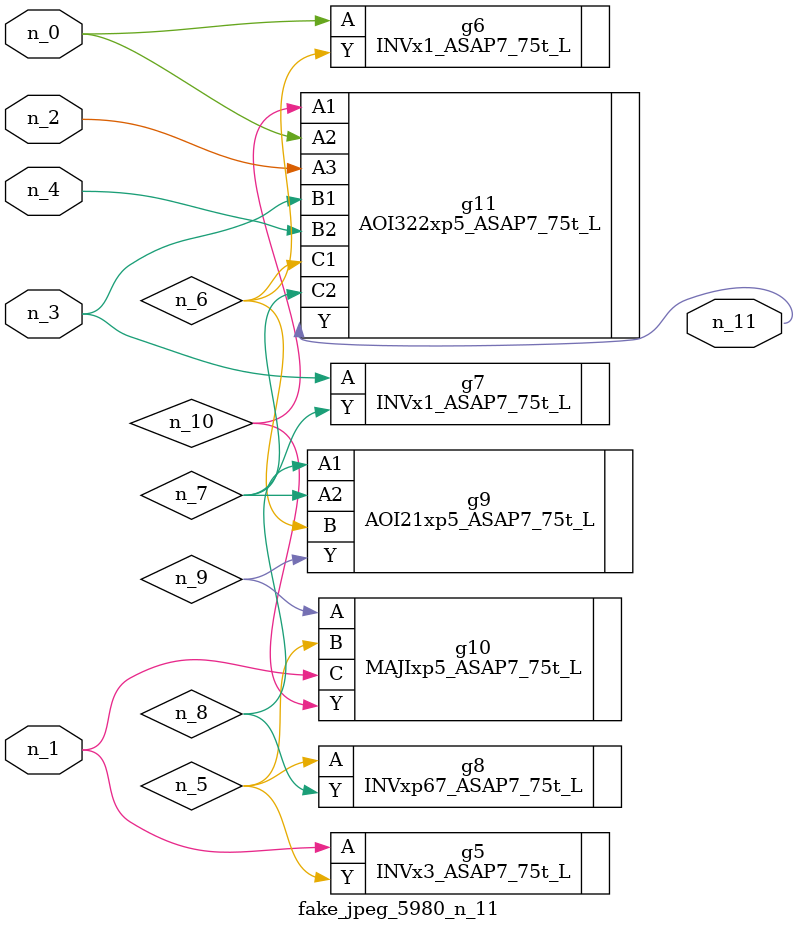
<source format=v>
module fake_jpeg_5980_n_11 (n_3, n_2, n_1, n_0, n_4, n_11);

input n_3;
input n_2;
input n_1;
input n_0;
input n_4;

output n_11;

wire n_10;
wire n_8;
wire n_9;
wire n_6;
wire n_5;
wire n_7;

INVx3_ASAP7_75t_L g5 ( 
.A(n_1),
.Y(n_5)
);

INVx1_ASAP7_75t_L g6 ( 
.A(n_0),
.Y(n_6)
);

INVx1_ASAP7_75t_L g7 ( 
.A(n_3),
.Y(n_7)
);

INVxp67_ASAP7_75t_L g8 ( 
.A(n_5),
.Y(n_8)
);

AOI21xp5_ASAP7_75t_L g9 ( 
.A1(n_8),
.A2(n_7),
.B(n_6),
.Y(n_9)
);

MAJIxp5_ASAP7_75t_L g10 ( 
.A(n_9),
.B(n_5),
.C(n_1),
.Y(n_10)
);

AOI322xp5_ASAP7_75t_L g11 ( 
.A1(n_10),
.A2(n_0),
.A3(n_2),
.B1(n_3),
.B2(n_4),
.C1(n_6),
.C2(n_7),
.Y(n_11)
);


endmodule
</source>
